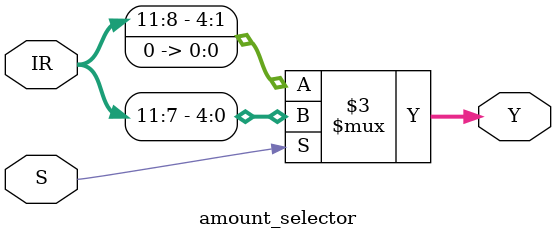
<source format=v>
module amount_selector (output reg [4:0] Y, input S, input [31:0] IR);
	always @ (S, IR)
	if (S) Y = IR[11:7];
	else Y = {IR[11:8], 1'b0};
endmodule
</source>
